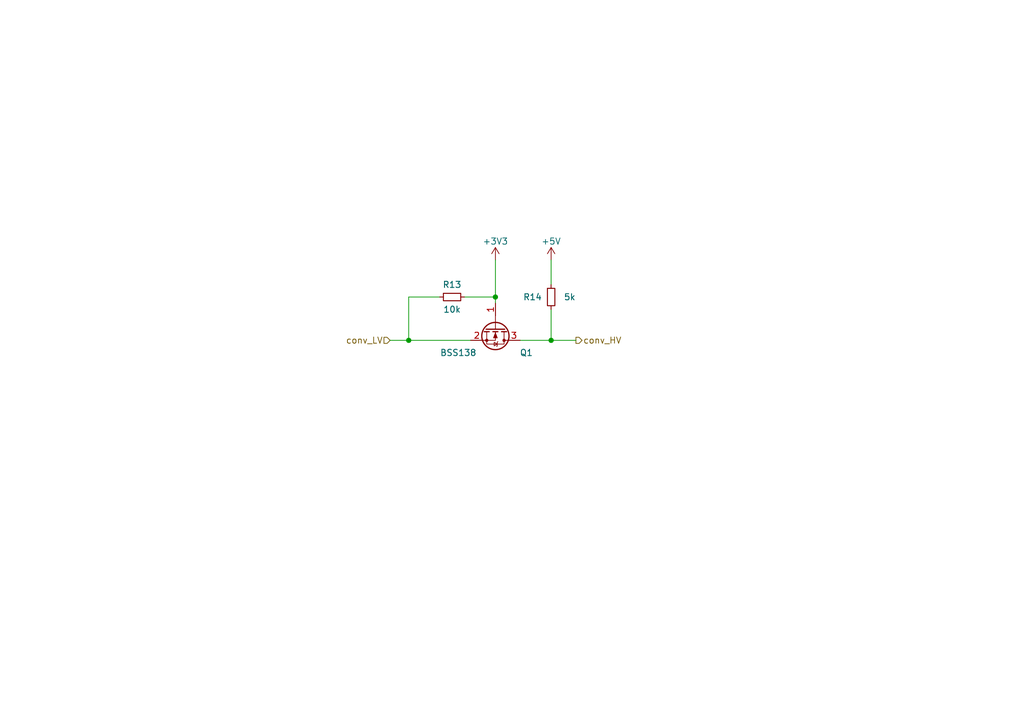
<source format=kicad_sch>
(kicad_sch (version 20211123) (generator eeschema)
  (paper "A5")
  (title_block (title "3.3 to 5v Level Converter") (date "2022-10-31") (rev "1") (comment 1 "https://www.sparkfun.com/products/12009") (comment 2 "Bi-directional logic level converter"))
  (lib_symbols
    (symbol "Device:R_Small" (pin_numbers hide) (pin_names (offset 0.254) hide)
      (property "Reference" "R" (at 0.762 0.508 0))
      (property "Value" "R_Small" (at 0.762 -1.016 0))
      (symbol "R_Small_0_1"
        (rectangle (start -0.762 1.778) (end 0.762 -1.778) (stroke (width 0.2032)))
      )
      (symbol "R_Small_1_1"
        (pin passive line (at 0 2.54 270) (length 0.762) (name "~") (number "1"))
        (pin passive line (at 0 -2.54 90) (length 0.762) (name "~") (number "2"))
      )
    )
    (symbol "Transistor_FET:BSS138" (pin_names hide)
      (property "Reference" "Q" (at 5.08 1.905 0))
      (property "Value" "BSS138" (at 5.08 0 0))
      (symbol "BSS138_0_1"
        (polyline (pts (xy 0.254 0) (xy -2.54 0)))
        (polyline (pts (xy 0.254 1.905) (xy 0.254 -1.905)) (stroke (width 0.254)))
        (polyline (pts (xy 0.762 -1.27) (xy 0.762 -2.286)) (stroke (width 0.254)))
        (polyline (pts (xy 0.762 0.508) (xy 0.762 -0.508)) (stroke (width 0.254)))
        (polyline (pts (xy 0.762 2.286) (xy 0.762 1.27)) (stroke (width 0.254)))
        (polyline (pts (xy 2.54 2.54) (xy 2.54 1.778)))
        (polyline (pts (xy 2.54 -2.54) (xy 2.54 0) (xy 0.762 0)))
        (polyline (pts (xy 0.762 -1.778) (xy 3.302 -1.778) (xy 3.302 1.778) (xy 0.762 1.778)))
        (polyline (pts (xy 1.016 0) (xy 2.032 0.381) (xy 2.032 -0.381) (xy 1.016 0)) (fill (type outline)))
        (polyline (pts (xy 2.794 0.508) (xy 2.921 0.381) (xy 3.683 0.381) (xy 3.81 0.254)))
        (polyline (pts (xy 3.302 0.381) (xy 2.921 -0.254) (xy 3.683 -0.254) (xy 3.302 0.381)))
        (circle (center 1.651 0) (radius 2.794) (stroke (width 0.254)))
        (circle (center 2.54 -1.778) (radius 0.254) (fill (type outline)))
        (circle (center 2.54 1.778) (radius 0.254) (fill (type outline)))
      )
      (symbol "BSS138_1_1"
        (pin input line (at -5.08 0 0) (length 2.54) (name "G") (number "1"))
        (pin passive line (at 2.54 -5.08 90) (length 2.54) (name "S") (number "2"))
        (pin passive line (at 2.54 5.08 270) (length 2.54) (name "D") (number "3"))
      )
    )
    (symbol "power:+3.3V" (power) (pin_names (offset 0))
      (property "Value" "+3.3V" (at 0 3.556 0))
      (symbol "+3.3V_0_1"
        (polyline (pts (xy -0.762 1.27) (xy 0 2.54)))
        (polyline (pts (xy 0 0) (xy 0 2.54)))
        (polyline (pts (xy 0 2.54) (xy 0.762 1.27)))
      )
      (symbol "+3.3V_1_1"
        (pin power_in line (at 0 0 90) (length 0) hide (name "+3V3") (number "1"))
      )
    )
    (symbol "power:+5V" (power) (pin_names (offset 0))
      (property "Value" "+5V" (at 0 3.556 0))
      (symbol "+5V_0_1"
        (polyline (pts (xy -0.762 1.27) (xy 0 2.54)))
        (polyline (pts (xy 0 0) (xy 0 2.54)))
        (polyline (pts (xy 0 2.54) (xy 0.762 1.27)))
      )
      (symbol "+5V_1_1"
        (pin power_in line (at 0 0 90) (length 0) hide (name "+5V") (number "1"))
      )
    )
  )
  (junction (at 101.6 60.96))
  (junction (at 83.82 69.85))
  (junction (at 113.03 69.85))
  (wire (pts (xy 113.03 69.85) (xy 118.11 69.85)))
  (wire (pts (xy 83.82 60.96) (xy 90.17 60.96)))
  (wire (pts (xy 113.03 53.34) (xy 113.03 58.42)))
  (wire (pts (xy 95.25 60.96) (xy 101.6 60.96)))
  (wire (pts (xy 101.6 53.34) (xy 101.6 60.96)))
  (wire (pts (xy 113.03 63.5) (xy 113.03 69.85)))
  (wire (pts (xy 83.82 69.85) (xy 96.52 69.85)))
  (wire (pts (xy 101.6 60.96) (xy 101.6 62.23)))
  (wire (pts (xy 83.82 69.85) (xy 83.82 60.96)))
  (wire (pts (xy 106.68 69.85) (xy 113.03 69.85)))
  (wire (pts (xy 80.01 69.85) (xy 83.82 69.85)))
  (hierarchical_label "conv_HV" (shape output) (at 118.11 69.85 0))
  (hierarchical_label "conv_LV" (shape input) (at 80.01 69.85 180))
  (symbol (lib_id "power:+5V") (at 113.03 53.34 0) (unit 1)
    (property "Reference" "#PWR020" (effects hide))
    (property "Value" "+5V" (at 113.03 49.53 0))
  )
  (symbol (lib_id "Device:R_Small") (at 92.71 60.96 90) (unit 1)
    (property "Reference" "R13" (at 92.71 58.42 90))
    (property "Value" "10k" (at 92.71 63.5 90))
    (property "Footprint" "Resistor_SMD:R_0603_1608Metric_Pad0.98x0.95mm_HandSolder" (effects hide))
  )
  (symbol (lib_id "Transistor_FET:BSS138") (at 101.6 67.31 270) (unit 1)
    (property "Reference" "Q1" (at 107.95 72.39 90))
    (property "Value" "BSS138" (at 93.98 72.39 90))
    (property "Footprint" "Package_TO_SOT_SMD:SOT-23" (effects hide))
    (property "Datasheet" "https://www.onsemi.com/pub/Collateral/BSS138-D.PDF" (effects hide))
  )
  (symbol (lib_id "power:+3.3V") (at 101.6 53.34 0) (unit 1)
    (property "Reference" "#PWR019" (effects hide))
    (property "Value" "+3.3V" (at 101.6 49.53 0))
  )
  (symbol (lib_id "Device:R_Small") (at 113.03 60.96 180) (unit 1)
    (property "Reference" "R14" (at 109.22 60.96 0))
    (property "Value" "5k" (at 116.84 60.96 0))
    (property "Footprint" "Resistor_SMD:R_0603_1608Metric_Pad0.98x0.95mm_HandSolder" (effects hide))
  )
)
</source>
